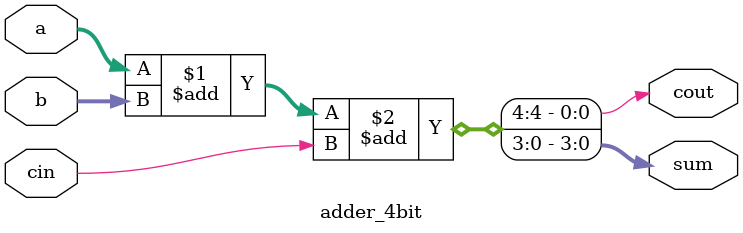
<source format=v>
module adder_8bit(
input [7:0] a,b,
input cin,
output [7:0] sum,
output cout);
wire c1;

adder_4bit lower(.a(a [3:0]),.b(b[3:0]),.cin(cin),.sum(sum[3:0]),.cout(c1));
adder_4bit upper(.a(a[7:4]),.b(b[7:4]),.cin(c1),.sum(sum[7:4]),.cout(cout));

endmodule

module adder_4bit(
input [3:0] a,b,
input cin,
output [3:0] sum,
output cout);

assign {cout,sum} = a+b+cin;

endmodule
                                                

</source>
